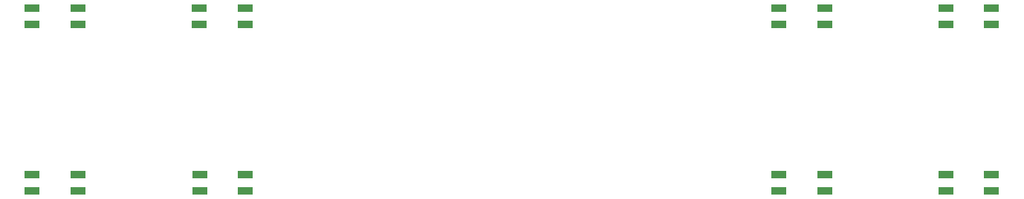
<source format=gbr>
%TF.GenerationSoftware,KiCad,Pcbnew,(6.0.1)*%
%TF.CreationDate,2022-04-18T11:29:40-05:00*%
%TF.ProjectId,Pikatea R26 Kit LED Macropad,50696b61-7465-4612-9052-3236204b6974,rev?*%
%TF.SameCoordinates,Original*%
%TF.FileFunction,Paste,Top*%
%TF.FilePolarity,Positive*%
%FSLAX46Y46*%
G04 Gerber Fmt 4.6, Leading zero omitted, Abs format (unit mm)*
G04 Created by KiCad (PCBNEW (6.0.1)) date 2022-04-18 11:29:40*
%MOMM*%
%LPD*%
G01*
G04 APERTURE LIST*
%ADD10R,1.800000X0.820000*%
G04 APERTURE END LIST*
D10*
%TO.C,D8*%
X116700000Y-84500000D03*
X111500000Y-82700000D03*
X111500000Y-84500000D03*
X116700000Y-82700000D03*
%TD*%
%TO.C,D7*%
X97650000Y-84500000D03*
X92450000Y-82700000D03*
X92450000Y-84500000D03*
X97650000Y-82700000D03*
%TD*%
%TO.C,D6*%
X97650000Y-103550000D03*
X92450000Y-101750000D03*
X92450000Y-103550000D03*
X97650000Y-101750000D03*
%TD*%
%TO.C,D5*%
X116710000Y-103530000D03*
X111510000Y-101730000D03*
X111510000Y-103530000D03*
X116710000Y-101730000D03*
%TD*%
%TO.C,D4*%
X182710000Y-103550000D03*
X177510000Y-101750000D03*
X177510000Y-103550000D03*
X182710000Y-101750000D03*
%TD*%
%TO.C,D3*%
X201740000Y-103540000D03*
X196540000Y-101740000D03*
X196540000Y-103540000D03*
X201740000Y-101740000D03*
%TD*%
%TO.C,D2*%
X201750000Y-84500000D03*
X196550000Y-82700000D03*
X196550000Y-84500000D03*
X201750000Y-82700000D03*
%TD*%
%TO.C,D1*%
X182710000Y-84500000D03*
X177510000Y-82700000D03*
X177510000Y-84500000D03*
X182710000Y-82700000D03*
%TD*%
M02*

</source>
